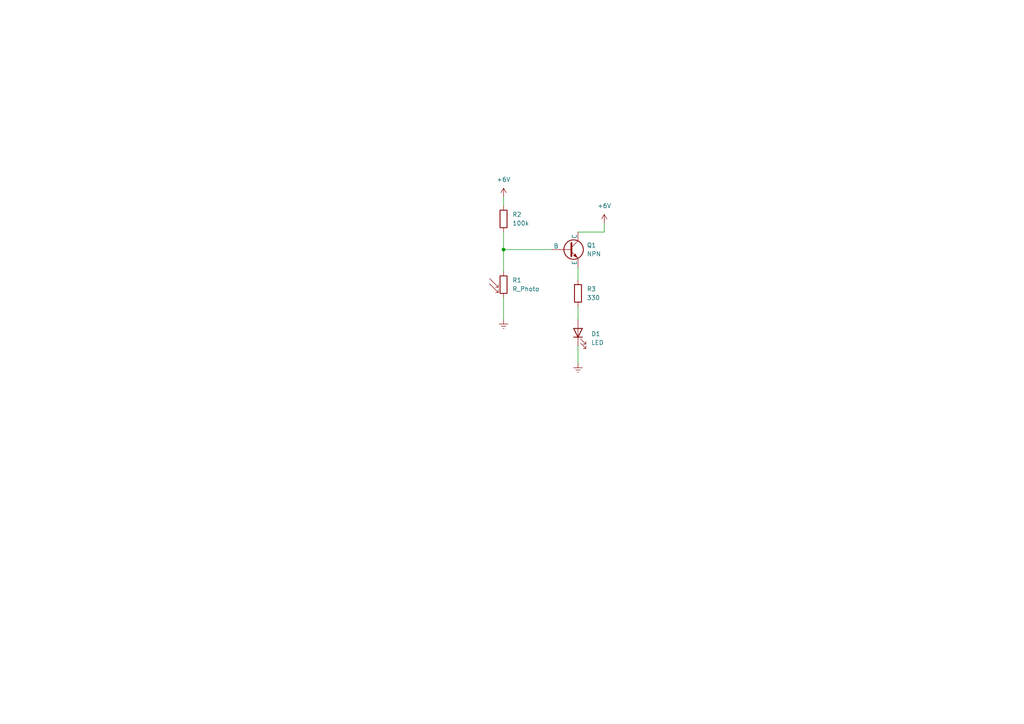
<source format=kicad_sch>
(kicad_sch (version 20230121) (generator eeschema)
  (paper "A4")
  (lib_symbols
    (symbol "Device:LED" (pin_numbers hide) (pin_names (offset 1.016) hide)
      (property "Reference" "D" (at 0 2.54 0))
      (property "Value" "LED" (at 0 -2.54 0))
      (symbol "LED_0_1"
        (polyline (pts (xy -1.27 -1.27) (xy -1.27 1.27)) (stroke (width 0.254)))
        (polyline (pts (xy -1.27 0) (xy 1.27 0)))
        (polyline (pts (xy 1.27 -1.27) (xy 1.27 1.27) (xy -1.27 0) (xy 1.27 -1.27)) (stroke (width 0.254)))
        (polyline (pts (xy -3.048 -0.762) (xy -4.572 -2.286) (xy -3.81 -2.286) (xy -4.572 -2.286) (xy -4.572 -1.524)))
        (polyline (pts (xy -1.778 -0.762) (xy -3.302 -2.286) (xy -2.54 -2.286) (xy -3.302 -2.286) (xy -3.302 -1.524)))
      )
      (symbol "LED_1_1"
        (pin passive line (at -3.81 0 0) (length 2.54) (name "K") (number "1"))
        (pin passive line (at 3.81 0 180) (length 2.54) (name "A") (number "2"))
      )
    )
    (symbol "Device:R" (pin_numbers hide) (pin_names (offset 0))
      (property "Reference" "R" (at 2.032 0 90))
      (property "Value" "R" (at 0 0 90))
      (symbol "R_0_1"
        (rectangle (start -1.016 -2.54) (end 1.016 2.54) (stroke (width 0.254)))
      )
      (symbol "R_1_1"
        (pin passive line (at 0 3.81 270) (length 1.27) (name "~") (number "1"))
        (pin passive line (at 0 -3.81 90) (length 1.27) (name "~") (number "2"))
      )
    )
    (symbol "Device:R_Photo" (pin_numbers hide) (pin_names (offset 0))
      (property "Reference" "R" (at 1.27 1.27 0))
      (property "Value" "R_Photo" (at 1.27 0 0))
      (symbol "R_Photo_0_1"
        (rectangle (start -1.016 2.54) (end 1.016 -2.54) (stroke (width 0.254)))
        (polyline (pts (xy -1.524 -2.286) (xy -4.064 0.254)))
        (polyline (pts (xy -1.524 -2.286) (xy -2.286 -2.286)))
        (polyline (pts (xy -1.524 -2.286) (xy -1.524 -1.524)))
        (polyline (pts (xy -1.524 -0.762) (xy -4.064 1.778)))
        (polyline (pts (xy -1.524 -0.762) (xy -2.286 -0.762)))
        (polyline (pts (xy -1.524 -0.762) (xy -1.524 0)))
      )
      (symbol "R_Photo_1_1"
        (pin passive line (at 0 3.81 270) (length 1.27) (name "~") (number "1"))
        (pin passive line (at 0 -3.81 90) (length 1.27) (name "~") (number "2"))
      )
    )
    (symbol "Simulation_SPICE:NPN" (pin_numbers hide) (pin_names (offset 0))
      (property "Reference" "Q" (at -2.54 7.62 0))
      (property "Value" "NPN" (at -2.54 5.08 0))
      (symbol "NPN_0_1"
        (polyline (pts (xy -2.54 0) (xy 0.635 0)) (stroke (width 0.1524)))
        (polyline (pts (xy 0.635 0.635) (xy 2.54 2.54)))
        (polyline (pts (xy 2.794 -1.27) (xy 2.794 -1.27)) (stroke (width 0.1524)))
        (polyline (pts (xy 2.794 -1.27) (xy 2.794 -1.27)) (stroke (width 0.1524)))
        (polyline (pts (xy 0.635 -0.635) (xy 2.54 -2.54) (xy 2.54 -2.54)))
        (polyline (pts (xy 0.635 1.905) (xy 0.635 -1.905) (xy 0.635 -1.905)) (stroke (width 0.508)))
        (polyline (pts (xy 1.27 -1.778) (xy 1.778 -1.27) (xy 2.286 -2.286) (xy 1.27 -1.778) (xy 1.27 -1.778)) (fill (type outline)))
        (circle (center 1.27 0) (radius 2.8194) (stroke (width 0.254)))
      )
      (symbol "NPN_1_1"
        (pin open_collector line (at 2.54 5.08 270) (length 2.54) (name "C") (number "1"))
        (pin input line (at -5.08 0 0) (length 2.54) (name "B") (number "2"))
        (pin open_emitter line (at 2.54 -5.08 90) (length 2.54) (name "E") (number "3"))
      )
    )
    (symbol "power:+6V" (power) (pin_names (offset 0))
      (property "Value" "+6V" (at 0 3.556 0))
      (symbol "+6V_0_1"
        (polyline (pts (xy -0.762 1.27) (xy 0 2.54)))
        (polyline (pts (xy 0 0) (xy 0 2.54)))
        (polyline (pts (xy 0 2.54) (xy 0.762 1.27)))
      )
      (symbol "+6V_1_1"
        (pin power_in line (at 0 0 90) (length 0) hide (name "+6V") (number "1"))
      )
    )
    (symbol "power:Earth" (power) (pin_names (offset 0))
      (symbol "Earth_0_1"
        (polyline (pts (xy -0.635 -1.905) (xy 0.635 -1.905)))
        (polyline (pts (xy -0.127 -2.54) (xy 0.127 -2.54)))
        (polyline (pts (xy 0 -1.27) (xy 0 0)))
        (polyline (pts (xy 1.27 -1.27) (xy -1.27 -1.27)))
      )
      (symbol "Earth_1_1"
        (pin power_in line (at 0 0 270) (length 0) hide (name "Earth") (number "1"))
      )
    )
  )
  (junction (at 146.05 72.39))
  (wire (pts (xy 167.64 100.33) (xy 167.64 105.41)))
  (wire (pts (xy 167.64 77.47) (xy 167.64 81.28)))
  (wire (pts (xy 146.05 57.15) (xy 146.05 59.69)))
  (wire (pts (xy 146.05 86.36) (xy 146.05 92.71)))
  (wire (pts (xy 167.64 88.9) (xy 167.64 92.71)))
  (wire (pts (xy 175.26 64.77) (xy 175.26 67.31)))
  (wire (pts (xy 146.05 72.39) (xy 146.05 78.74)))
  (wire (pts (xy 175.26 67.31) (xy 167.64 67.31)))
  (wire (pts (xy 146.05 67.31) (xy 146.05 72.39)))
  (wire (pts (xy 146.05 72.39) (xy 160.02 72.39)))
  (symbol (lib_id "power:Earth") (at 146.05 92.71 0) (unit 1)
    (property "Reference" "#PWR04" (effects hide))
    (property "Value" "Earth" (effects hide))
  )
  (symbol (lib_id "Device:R") (at 146.05 63.5 0) (unit 1)
    (property "Reference" "R2" (at 148.59 62.23 0) (effects (justify left)))
    (property "Value" "100k" (at 148.59 64.77 0) (effects (justify left)))
    (property "Footprint" "Resistor_THT:R_Axial_DIN0204_L3.6mm_D1.6mm_P5.08mm_Horizontal" (effects hide))
  )
  (symbol (lib_id "power:+6V") (at 175.26 64.77 0) (unit 1)
    (property "Reference" "#PWR01" (effects hide))
    (property "Value" "+6V" (at 175.26 59.69 0))
  )
  (symbol (lib_id "Simulation_SPICE:NPN") (at 165.1 72.39 0) (unit 1)
    (property "Reference" "Q1" (at 170.18 71.12 0) (effects (justify left)))
    (property "Value" "NPN" (at 170.18 73.66 0) (effects (justify left)))
    (property "Footprint" "Package_TO_SOT_THT:NEC_Molded_7x4x9mm" (effects hide))
    (property "Sim.Device" "NPN" (effects hide))
    (property "Sim.Type" "GUMMELPOON" (effects hide))
    (property "Sim.Pins" "1=C 2=B 3=E" (effects hide))
  )
  (symbol (lib_id "power:Earth") (at 167.64 105.41 0) (unit 1)
    (property "Reference" "#PWR02" (effects hide))
    (property "Value" "Earth" (effects hide))
  )
  (symbol (lib_id "Device:R") (at 167.64 85.09 0) (unit 1)
    (property "Reference" "R3" (at 170.18 83.82 0) (effects (justify left)))
    (property "Value" "330" (at 170.18 86.36 0) (effects (justify left)))
    (property "Footprint" "Resistor_THT:R_Axial_DIN0204_L3.6mm_D1.6mm_P5.08mm_Horizontal" (effects hide))
  )
  (symbol (lib_id "Device:LED") (at 167.64 96.52 90) (unit 1)
    (property "Reference" "D1" (at 171.45 96.8375 90) (effects (justify right)))
    (property "Value" "LED" (at 171.45 99.3775 90) (effects (justify right)))
    (property "Footprint" "LED_THT:LED_D1.8mm_W3.3mm_H2.4mm" (effects hide))
  )
  (symbol (lib_id "Device:R_Photo") (at 146.05 82.55 0) (unit 1)
    (property "Reference" "R1" (at 148.59 81.28 0) (effects (justify left)))
    (property "Value" "R_Photo" (at 148.59 83.82 0) (effects (justify left)))
    (property "Footprint" "OptoDevice:R_LDR_4.9x4.2mm_P2.54mm_Vertical" (effects hide))
  )
  (symbol (lib_id "power:+6V") (at 146.05 57.15 0) (unit 1)
    (property "Reference" "#PWR03" (effects hide))
    (property "Value" "+6V" (at 146.05 52.07 0))
  )
)
</source>
